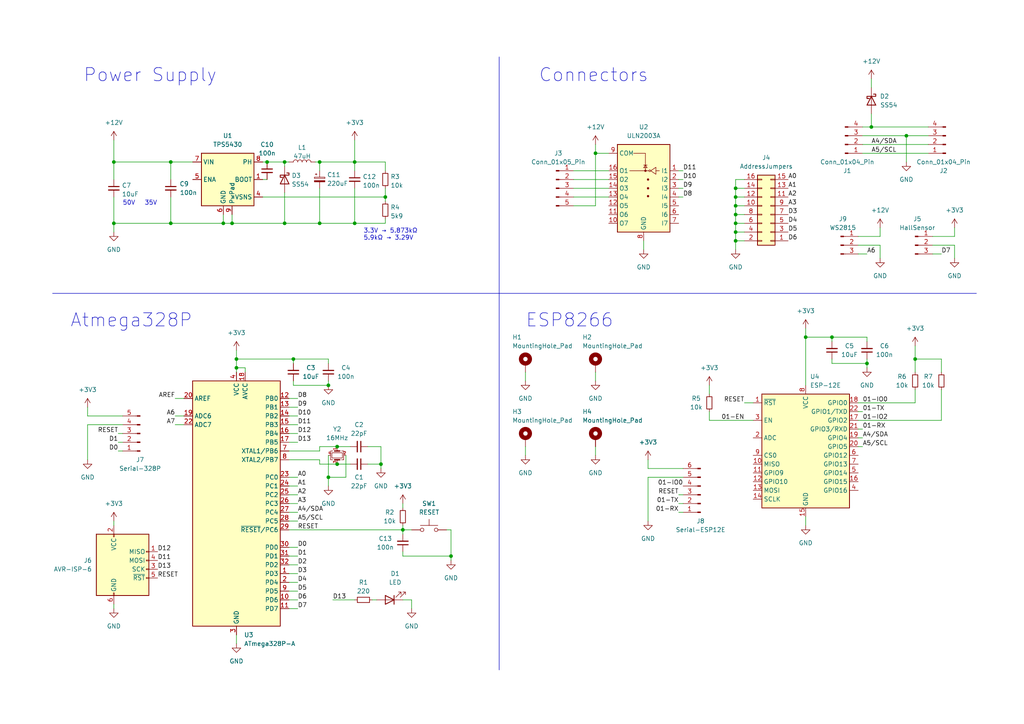
<source format=kicad_sch>
(kicad_sch (version 20230121) (generator eeschema)
  (paper "A4")
  (lib_symbols
    (symbol "Connector:AVR-ISP-6" (pin_names (offset 1.016))
      (property "Reference" "J" (at -6.35 11.43 0))
      (property "Value" "AVR-ISP-6" (at 0 11.43 0))
      (symbol "AVR-ISP-6_1_1"
        (pin passive line (at 10.16 5.08 180) (length 2.54) (name "MISO") (number "1"))
        (pin passive line (at -2.54 12.7 270) (length 2.54) (name "VCC") (number "2"))
        (pin passive line (at 10.16 0 180) (length 2.54) (name "SCK") (number "3"))
        (pin passive line (at 10.16 2.54 180) (length 2.54) (name "MOSI") (number "4"))
        (pin passive line (at 10.16 -2.54 180) (length 2.54) (name "~{RST}") (number "5"))
        (pin passive line (at -2.54 -10.16 90) (length 2.54) (name "GND") (number "6"))
      )
    )
    (symbol "Connector:Conn_01x03_Pin" (pin_names (offset 1.016) hide)
      (property "Reference" "J" (at 0 5.08 0))
      (property "Value" "Conn_01x03_Pin" (at 0 -5.08 0))
      (symbol "Conn_01x03_Pin_1_1"
        (pin passive line (at 5.08 2.54 180) (length 3.81) (name "Pin_1") (number "1"))
        (pin passive line (at 5.08 0 180) (length 3.81) (name "Pin_2") (number "2"))
        (pin passive line (at 5.08 -2.54 180) (length 3.81) (name "Pin_3") (number "3"))
      )
    )
    (symbol "Connector:Conn_01x04_Pin" (pin_names (offset 1.016) hide)
      (property "Reference" "J" (at 0 5.08 0))
      (property "Value" "Conn_01x04_Pin" (at 0 -7.62 0))
      (symbol "Conn_01x04_Pin_1_1"
        (pin passive line (at 5.08 2.54 180) (length 3.81) (name "Pin_1") (number "1"))
        (pin passive line (at 5.08 0 180) (length 3.81) (name "Pin_2") (number "2"))
        (pin passive line (at 5.08 -2.54 180) (length 3.81) (name "Pin_3") (number "3"))
        (pin passive line (at 5.08 -5.08 180) (length 3.81) (name "Pin_4") (number "4"))
      )
    )
    (symbol "Connector:Conn_01x05_Pin" (pin_names (offset 1.016) hide)
      (property "Reference" "J" (at 0 7.62 0))
      (property "Value" "Conn_01x05_Pin" (at 0 -7.62 0))
      (symbol "Conn_01x05_Pin_1_1"
        (pin passive line (at 5.08 5.08 180) (length 3.81) (name "Pin_1") (number "1"))
        (pin passive line (at 5.08 2.54 180) (length 3.81) (name "Pin_2") (number "2"))
        (pin passive line (at 5.08 0 180) (length 3.81) (name "Pin_3") (number "3"))
        (pin passive line (at 5.08 -2.54 180) (length 3.81) (name "Pin_4") (number "4"))
        (pin passive line (at 5.08 -5.08 180) (length 3.81) (name "Pin_5") (number "5"))
      )
    )
    (symbol "Connector:Conn_01x06_Pin" (pin_names (offset 1.016) hide)
      (property "Reference" "J" (at 0 7.62 0))
      (property "Value" "Conn_01x06_Pin" (at 0 -10.16 0))
      (symbol "Conn_01x06_Pin_1_1"
        (pin passive line (at 5.08 5.08 180) (length 3.81) (name "Pin_1") (number "1"))
        (pin passive line (at 5.08 2.54 180) (length 3.81) (name "Pin_2") (number "2"))
        (pin passive line (at 5.08 0 180) (length 3.81) (name "Pin_3") (number "3"))
        (pin passive line (at 5.08 -2.54 180) (length 3.81) (name "Pin_4") (number "4"))
        (pin passive line (at 5.08 -5.08 180) (length 3.81) (name "Pin_5") (number "5"))
        (pin passive line (at 5.08 -7.62 180) (length 3.81) (name "Pin_6") (number "6"))
      )
    )
    (symbol "Connector_Generic:Conn_02x08_Odd_Even" (pin_names (offset 1.016) hide)
      (property "Reference" "J" (at 1.27 10.16 0))
      (property "Value" "Conn_02x08_Odd_Even" (at 1.27 -12.7 0))
      (symbol "Conn_02x08_Odd_Even_1_1"
        (pin passive line (at -5.08 7.62 0) (length 3.81) (name "Pin_1") (number "1"))
        (pin passive line (at 7.62 -2.54 180) (length 3.81) (name "Pin_10") (number "10"))
        (pin passive line (at -5.08 -5.08 0) (length 3.81) (name "Pin_11") (number "11"))
        (pin passive line (at 7.62 -5.08 180) (length 3.81) (name "Pin_12") (number "12"))
        (pin passive line (at -5.08 -7.62 0) (length 3.81) (name "Pin_13") (number "13"))
        (pin passive line (at 7.62 -7.62 180) (length 3.81) (name "Pin_14") (number "14"))
        (pin passive line (at -5.08 -10.16 0) (length 3.81) (name "Pin_15") (number "15"))
        (pin passive line (at 7.62 -10.16 180) (length 3.81) (name "Pin_16") (number "16"))
        (pin passive line (at 7.62 7.62 180) (length 3.81) (name "Pin_2") (number "2"))
        (pin passive line (at -5.08 5.08 0) (length 3.81) (name "Pin_3") (number "3"))
        (pin passive line (at 7.62 5.08 180) (length 3.81) (name "Pin_4") (number "4"))
        (pin passive line (at -5.08 2.54 0) (length 3.81) (name "Pin_5") (number "5"))
        (pin passive line (at 7.62 2.54 180) (length 3.81) (name "Pin_6") (number "6"))
        (pin passive line (at -5.08 0 0) (length 3.81) (name "Pin_7") (number "7"))
        (pin passive line (at 7.62 0 180) (length 3.81) (name "Pin_8") (number "8"))
        (pin passive line (at -5.08 -2.54 0) (length 3.81) (name "Pin_9") (number "9"))
      )
    )
    (symbol "Device:C_Polarized_Small" (pin_numbers hide) (pin_names (offset 0.254) hide)
      (property "Reference" "C" (at 0.254 1.778 0))
      (property "Value" "C_Polarized_Small" (at 0.254 -2.032 0))
      (symbol "C_Polarized_Small_1_1"
        (pin passive line (at 0 2.54 270) (length 1.8542) (name "~") (number "1"))
        (pin passive line (at 0 -2.54 90) (length 1.8542) (name "~") (number "2"))
      )
    )
    (symbol "Device:C_Small" (pin_numbers hide) (pin_names (offset 0.254) hide)
      (property "Reference" "C" (at 0.254 1.778 0))
      (property "Value" "C_Small" (at 0.254 -2.032 0))
      (symbol "C_Small_1_1"
        (pin passive line (at 0 2.54 270) (length 2.032) (name "~") (number "1"))
        (pin passive line (at 0 -2.54 90) (length 2.032) (name "~") (number "2"))
      )
    )
    (symbol "Device:Crystal_GND24_Small" (pin_names (offset 1.016) hide)
      (property "Reference" "Y" (at 1.27 4.445 0))
      (property "Value" "Crystal_GND24_Small" (at 1.27 2.54 0))
      (symbol "Crystal_GND24_Small_1_1"
        (pin passive line (at -2.54 0 0) (length 1.27) (name "1") (number "1"))
        (pin passive line (at 0 -2.54 90) (length 0.635) (name "2") (number "2"))
        (pin passive line (at 2.54 0 180) (length 1.27) (name "3") (number "3"))
        (pin passive line (at 0 2.54 270) (length 0.635) (name "4") (number "4"))
      )
    )
    (symbol "Device:D_Schottky" (pin_numbers hide) (pin_names (offset 1.016) hide)
      (property "Reference" "D" (at 0 2.54 0))
      (property "Value" "D_Schottky" (at 0 -2.54 0))
      (symbol "D_Schottky_1_1"
        (pin passive line (at -3.81 0 0) (length 2.54) (name "K") (number "1"))
        (pin passive line (at 3.81 0 180) (length 2.54) (name "A") (number "2"))
      )
    )
    (symbol "Device:L" (pin_numbers hide) (pin_names (offset 1.016) hide)
      (property "Reference" "L" (at -1.27 0 90))
      (property "Value" "L" (at 1.905 0 90))
      (symbol "L_1_1"
        (pin passive line (at 0 3.81 270) (length 1.27) (name "1") (number "1"))
        (pin passive line (at 0 -3.81 90) (length 1.27) (name "2") (number "2"))
      )
    )
    (symbol "Device:LED" (pin_numbers hide) (pin_names (offset 1.016) hide)
      (property "Reference" "D" (at 0 2.54 0))
      (property "Value" "LED" (at 0 -2.54 0))
      (symbol "LED_1_1"
        (pin passive line (at -3.81 0 0) (length 2.54) (name "K") (number "1"))
        (pin passive line (at 3.81 0 180) (length 2.54) (name "A") (number "2"))
      )
    )
    (symbol "Device:R_Small" (pin_numbers hide) (pin_names (offset 0.254) hide)
      (property "Reference" "R" (at 0.762 0.508 0))
      (property "Value" "R_Small" (at 0.762 -1.016 0))
      (symbol "R_Small_1_1"
        (pin passive line (at 0 2.54 270) (length 0.762) (name "~") (number "1"))
        (pin passive line (at 0 -2.54 90) (length 0.762) (name "~") (number "2"))
      )
    )
    (symbol "MCU_Microchip_ATmega:ATmega328P-A"
      (property "Reference" "U" (at -12.7 36.83 0))
      (property "Value" "ATmega328P-A" (at 2.54 -36.83 0))
      (symbol "ATmega328P-A_1_1"
        (pin bidirectional line (at 15.24 -20.32 180) (length 2.54) (name "PD3") (number "1"))
        (pin bidirectional line (at 15.24 -27.94 180) (length 2.54) (name "PD6") (number "10"))
        (pin bidirectional line (at 15.24 -30.48 180) (length 2.54) (name "PD7") (number "11"))
        (pin bidirectional line (at 15.24 30.48 180) (length 2.54) (name "PB0") (number "12"))
        (pin bidirectional line (at 15.24 27.94 180) (length 2.54) (name "PB1") (number "13"))
        (pin bidirectional line (at 15.24 25.4 180) (length 2.54) (name "PB2") (number "14"))
        (pin bidirectional line (at 15.24 22.86 180) (length 2.54) (name "PB3") (number "15"))
        (pin bidirectional line (at 15.24 20.32 180) (length 2.54) (name "PB4") (number "16"))
        (pin bidirectional line (at 15.24 17.78 180) (length 2.54) (name "PB5") (number "17"))
        (pin power_in line (at 2.54 38.1 270) (length 2.54) (name "AVCC") (number "18"))
        (pin input line (at -15.24 25.4 0) (length 2.54) (name "ADC6") (number "19"))
        (pin bidirectional line (at 15.24 -22.86 180) (length 2.54) (name "PD4") (number "2"))
        (pin passive line (at -15.24 30.48 0) (length 2.54) (name "AREF") (number "20"))
        (pin passive line (at 0 -38.1 90) (length 2.54) hide (name "GND") (number "21"))
        (pin input line (at -15.24 22.86 0) (length 2.54) (name "ADC7") (number "22"))
        (pin bidirectional line (at 15.24 7.62 180) (length 2.54) (name "PC0") (number "23"))
        (pin bidirectional line (at 15.24 5.08 180) (length 2.54) (name "PC1") (number "24"))
        (pin bidirectional line (at 15.24 2.54 180) (length 2.54) (name "PC2") (number "25"))
        (pin bidirectional line (at 15.24 0 180) (length 2.54) (name "PC3") (number "26"))
        (pin bidirectional line (at 15.24 -2.54 180) (length 2.54) (name "PC4") (number "27"))
        (pin bidirectional line (at 15.24 -5.08 180) (length 2.54) (name "PC5") (number "28"))
        (pin bidirectional line (at 15.24 -7.62 180) (length 2.54) (name "~{RESET}/PC6") (number "29"))
        (pin power_in line (at 0 -38.1 90) (length 2.54) (name "GND") (number "3"))
        (pin bidirectional line (at 15.24 -12.7 180) (length 2.54) (name "PD0") (number "30"))
        (pin bidirectional line (at 15.24 -15.24 180) (length 2.54) (name "PD1") (number "31"))
        (pin bidirectional line (at 15.24 -17.78 180) (length 2.54) (name "PD2") (number "32"))
        (pin power_in line (at 0 38.1 270) (length 2.54) (name "VCC") (number "4"))
        (pin passive line (at 0 -38.1 90) (length 2.54) hide (name "GND") (number "5"))
        (pin passive line (at 0 38.1 270) (length 2.54) hide (name "VCC") (number "6"))
        (pin bidirectional line (at 15.24 15.24 180) (length 2.54) (name "XTAL1/PB6") (number "7"))
        (pin bidirectional line (at 15.24 12.7 180) (length 2.54) (name "XTAL2/PB7") (number "8"))
        (pin bidirectional line (at 15.24 -25.4 180) (length 2.54) (name "PD5") (number "9"))
      )
    )
    (symbol "Mechanical:MountingHole_Pad" (pin_numbers hide) (pin_names (offset 1.016) hide)
      (property "Reference" "H" (at 0 6.35 0))
      (property "Value" "MountingHole_Pad" (at 0 4.445 0))
      (symbol "MountingHole_Pad_1_1"
        (pin input line (at 0 -2.54 90) (length 2.54) (name "1") (number "1"))
      )
    )
    (symbol "RF_Module:ESP-12E"
      (property "Reference" "U" (at -12.7 19.05 0))
      (property "Value" "ESP-12E" (at 12.7 19.05 0))
      (symbol "ESP-12E_1_1"
        (pin input line (at -15.24 15.24 0) (length 2.54) (name "~{RST}") (number "1"))
        (pin bidirectional line (at -15.24 -2.54 0) (length 2.54) (name "MISO") (number "10"))
        (pin bidirectional line (at -15.24 -5.08 0) (length 2.54) (name "GPIO9") (number "11"))
        (pin bidirectional line (at -15.24 -7.62 0) (length 2.54) (name "GPIO10") (number "12"))
        (pin bidirectional line (at -15.24 -10.16 0) (length 2.54) (name "MOSI") (number "13"))
        (pin bidirectional line (at -15.24 -12.7 0) (length 2.54) (name "SCLK") (number "14"))
        (pin power_in line (at 0 -17.78 90) (length 2.54) (name "GND") (number "15"))
        (pin bidirectional line (at 15.24 -7.62 180) (length 2.54) (name "GPIO15") (number "16"))
        (pin bidirectional line (at 15.24 10.16 180) (length 2.54) (name "GPIO2") (number "17"))
        (pin bidirectional line (at 15.24 15.24 180) (length 2.54) (name "GPIO0") (number "18"))
        (pin bidirectional line (at 15.24 5.08 180) (length 2.54) (name "GPIO4") (number "19"))
        (pin input line (at -15.24 5.08 0) (length 2.54) (name "ADC") (number "2"))
        (pin bidirectional line (at 15.24 2.54 180) (length 2.54) (name "GPIO5") (number "20"))
        (pin bidirectional line (at 15.24 7.62 180) (length 2.54) (name "GPIO3/RXD") (number "21"))
        (pin bidirectional line (at 15.24 12.7 180) (length 2.54) (name "GPIO1/TXD") (number "22"))
        (pin input line (at -15.24 10.16 0) (length 2.54) (name "EN") (number "3"))
        (pin bidirectional line (at 15.24 -10.16 180) (length 2.54) (name "GPIO16") (number "4"))
        (pin bidirectional line (at 15.24 -5.08 180) (length 2.54) (name "GPIO14") (number "5"))
        (pin bidirectional line (at 15.24 0 180) (length 2.54) (name "GPIO12") (number "6"))
        (pin bidirectional line (at 15.24 -2.54 180) (length 2.54) (name "GPIO13") (number "7"))
        (pin power_in line (at 0 20.32 270) (length 2.54) (name "VCC") (number "8"))
        (pin input line (at -15.24 0 0) (length 2.54) (name "CS0") (number "9"))
      )
    )
    (symbol "Switch:SW_Push" (pin_numbers hide) (pin_names (offset 1.016) hide)
      (property "Reference" "SW" (at 1.27 2.54 0))
      (property "Value" "SW_Push" (at 0 -1.524 0))
      (symbol "SW_Push_0_1"
        (pin passive line (at -5.08 0 0) (length 2.54) (name "1") (number "1"))
        (pin passive line (at 5.08 0 180) (length 2.54) (name "2") (number "2"))
      )
    )
    (symbol "Transistor_Array:ULN2003A"
      (property "Reference" "U" (at 0 15.875 0))
      (property "Value" "ULN2003A" (at 0 13.97 0))
      (symbol "ULN2003A_1_1"
        (pin input line (at -10.16 5.08 0) (length 2.54) (name "I1") (number "1"))
        (pin open_collector line (at 10.16 -10.16 180) (length 2.54) (name "O7") (number "10"))
        (pin open_collector line (at 10.16 -7.62 180) (length 2.54) (name "O6") (number "11"))
        (pin open_collector line (at 10.16 -5.08 180) (length 2.54) (name "O5") (number "12"))
        (pin open_collector line (at 10.16 -2.54 180) (length 2.54) (name "O4") (number "13"))
        (pin open_collector line (at 10.16 0 180) (length 2.54) (name "O3") (number "14"))
        (pin open_collector line (at 10.16 2.54 180) (length 2.54) (name "O2") (number "15"))
        (pin open_collector line (at 10.16 5.08 180) (length 2.54) (name "O1") (number "16"))
        (pin input line (at -10.16 2.54 0) (length 2.54) (name "I2") (number "2"))
        (pin input line (at -10.16 0 0) (length 2.54) (name "I3") (number "3"))
        (pin input line (at -10.16 -2.54 0) (length 2.54) (name "I4") (number "4"))
        (pin input line (at -10.16 -5.08 0) (length 2.54) (name "I5") (number "5"))
        (pin input line (at -10.16 -7.62 0) (length 2.54) (name "I6") (number "6"))
        (pin input line (at -10.16 -10.16 0) (length 2.54) (name "I7") (number "7"))
        (pin power_in line (at 0 -15.24 90) (length 2.54) (name "GND") (number "8"))
        (pin passive line (at 10.16 10.16 180) (length 2.54) (name "COM") (number "9"))
      )
    )
    (symbol "opendcc:TPS5450"
      (property "Reference" "U?" (at 0 11.3198 0))
      (property "Value" "TPS5450" (at 0 8.7829 0))
      (symbol "TPS5450_1_1"
        (pin input line (at 10.16 0 180) (length 2.54) (name "BOOT") (number "1"))
        (pin no_connect line (at -7.62 -2.54 0) (length 2.54) hide (name "NC") (number "2"))
        (pin no_connect line (at -7.62 -5.08 0) (length 2.54) hide (name "NC") (number "3"))
        (pin input line (at 10.16 -5.08 180) (length 2.54) (name "VSNS") (number "4"))
        (pin input line (at -10.16 0 0) (length 2.54) (name "ENA") (number "5"))
        (pin power_in line (at -1.27 -10.16 90) (length 2.54) (name "GND") (number "6"))
        (pin power_in line (at -10.16 5.08 0) (length 2.54) (name "VIN") (number "7"))
        (pin power_out line (at 10.16 5.08 180) (length 2.54) (name "PH") (number "8"))
        (pin power_in line (at 1.27 -10.16 90) (length 2.54) (name "PwPad") (number "9"))
      )
    )
    (symbol "power:+12V" (power) (pin_names (offset 0))
      (property "Value" "+12V" (at 0 3.556 0))
      (symbol "+12V_1_1"
        (pin power_in line (at 0 0 90) (length 0) hide (name "+12V") (number "1"))
      )
    )
    (symbol "power:+3V3" (power) (pin_names (offset 0))
      (property "Value" "+3V3" (at 0 3.556 0))
      (symbol "+3V3_1_1"
        (pin power_in line (at 0 0 90) (length 0) hide (name "+3V3") (number "1"))
      )
    )
    (symbol "power:GND" (power) (pin_names (offset 0))
      (property "Value" "GND" (at 0 -3.81 0))
      (symbol "GND_1_1"
        (pin power_in line (at 0 0 270) (length 0) hide (name "GND") (number "1"))
      )
    )
  )
  (junction (at 241.3 97.79))
  (junction (at 68.58 104.14))
  (junction (at 82.55 46.99))
  (junction (at 33.02 46.99))
  (junction (at 102.87 64.77))
  (junction (at 213.36 62.23))
  (junction (at 49.53 64.77))
  (junction (at 213.36 57.15))
  (junction (at 97.79 129.54))
  (junction (at 213.36 67.31))
  (junction (at 49.53 46.99))
  (junction (at 82.55 64.77))
  (junction (at 33.02 64.77))
  (junction (at 77.47 46.99))
  (junction (at 213.36 59.69))
  (junction (at 68.58 106.68))
  (junction (at 213.36 64.77))
  (junction (at 102.87 46.99))
  (junction (at 92.71 46.99))
  (junction (at 110.49 134.62))
  (junction (at 95.25 138.43))
  (junction (at 262.89 39.37))
  (junction (at 67.31 64.77))
  (junction (at 265.43 104.14))
  (junction (at 64.77 64.77))
  (junction (at 251.46 105.41))
  (junction (at 252.73 36.83))
  (junction (at 130.81 161.29))
  (junction (at 172.72 44.45))
  (junction (at 111.76 57.15))
  (junction (at 116.84 153.67))
  (junction (at 97.79 134.62))
  (junction (at 92.71 64.77))
  (junction (at 213.36 54.61))
  (junction (at 85.09 104.14))
  (junction (at 233.68 97.79))
  (junction (at 95.25 111.76))
  (junction (at 213.36 69.85))
  (wire (pts (xy 86.36 115.57) (xy 83.82 115.57)))
  (wire (pts (xy 67.31 64.77) (xy 82.55 64.77)))
  (wire (pts (xy 71.12 107.95) (xy 71.12 106.68)))
  (wire (pts (xy 86.36 171.45) (xy 83.82 171.45)))
  (wire (pts (xy 92.71 129.54) (xy 97.79 129.54)))
  (wire (pts (xy 86.36 158.75) (xy 83.82 158.75)))
  (wire (pts (xy 250.19 36.83) (xy 252.73 36.83)))
  (wire (pts (xy 67.31 62.23) (xy 67.31 64.77)))
  (wire (pts (xy 215.9 64.77) (xy 213.36 64.77)))
  (wire (pts (xy 49.53 64.77) (xy 64.77 64.77)))
  (wire (pts (xy 83.82 133.35) (xy 92.71 133.35)))
  (wire (pts (xy 198.12 54.61) (xy 196.85 54.61)))
  (wire (pts (xy 262.89 46.99) (xy 262.89 39.37)))
  (wire (pts (xy 196.85 146.05) (xy 198.12 146.05)))
  (wire (pts (xy 86.36 123.19) (xy 83.82 123.19)))
  (wire (pts (xy 116.84 146.05) (xy 116.84 147.32)))
  (wire (pts (xy 106.68 129.54) (xy 110.49 129.54)))
  (wire (pts (xy 92.71 46.99) (xy 92.71 49.53)))
  (wire (pts (xy 187.96 135.89) (xy 187.96 133.35)))
  (wire (pts (xy 33.02 46.99) (xy 49.53 46.99)))
  (wire (pts (xy 71.12 106.68) (xy 68.58 106.68)))
  (wire (pts (xy 198.12 49.53) (xy 196.85 49.53)))
  (wire (pts (xy 76.2 57.15) (xy 111.76 57.15)))
  (wire (pts (xy 68.58 104.14) (xy 85.09 104.14)))
  (wire (pts (xy 251.46 105.41) (xy 251.46 104.14)))
  (wire (pts (xy 95.25 132.08) (xy 95.25 138.43)))
  (wire (pts (xy 198.12 138.43) (xy 187.96 138.43)))
  (wire (pts (xy 213.36 67.31) (xy 213.36 69.85)))
  (wire (pts (xy 85.09 105.41) (xy 85.09 104.14)))
  (wire (pts (xy 102.87 54.61) (xy 102.87 64.77)))
  (wire (pts (xy 273.05 107.95) (xy 273.05 104.14)))
  (wire (pts (xy 76.2 52.07) (xy 77.47 52.07)))
  (wire (pts (xy 198.12 52.07) (xy 196.85 52.07)))
  (wire (pts (xy 250.19 39.37) (xy 262.89 39.37)))
  (wire (pts (xy 250.19 127) (xy 248.92 127)))
  (wire (pts (xy 102.87 49.53) (xy 102.87 46.99)))
  (wire (pts (xy 166.37 59.69) (xy 172.72 59.69)))
  (wire (pts (xy 97.79 134.62) (xy 101.6 134.62)))
  (wire (pts (xy 86.36 125.73) (xy 83.82 125.73)))
  (wire (pts (xy 83.82 130.81) (xy 92.71 130.81)))
  (wire (pts (xy 92.71 130.81) (xy 92.71 129.54)))
  (wire (pts (xy 215.9 67.31) (xy 213.36 67.31)))
  (wire (pts (xy 215.9 59.69) (xy 213.36 59.69)))
  (wire (pts (xy 111.76 54.61) (xy 111.76 57.15)))
  (wire (pts (xy 241.3 104.14) (xy 241.3 105.41)))
  (wire (pts (xy 196.85 148.59) (xy 198.12 148.59)))
  (wire (pts (xy 68.58 104.14) (xy 68.58 106.68)))
  (wire (pts (xy 68.58 106.68) (xy 68.58 107.95)))
  (wire (pts (xy 215.9 62.23) (xy 213.36 62.23)))
  (wire (pts (xy 270.51 71.12) (xy 276.86 71.12)))
  (wire (pts (xy 130.81 153.67) (xy 130.81 161.29)))
  (wire (pts (xy 49.53 57.15) (xy 49.53 64.77)))
  (wire (pts (xy 111.76 57.15) (xy 111.76 58.42)))
  (wire (pts (xy 196.85 143.51) (xy 198.12 143.51)))
  (wire (pts (xy 248.92 124.46) (xy 250.19 124.46)))
  (wire (pts (xy 86.36 140.97) (xy 83.82 140.97)))
  (wire (pts (xy 255.27 68.58) (xy 255.27 66.04)))
  (wire (pts (xy 250.19 44.45) (xy 269.24 44.45)))
  (wire (pts (xy 172.72 129.54) (xy 172.72 132.08)))
  (polyline (pts (xy 144.78 85.09) (xy 144.78 194.31)))
  (wire (pts (xy 241.3 99.06) (xy 241.3 97.79)))
  (wire (pts (xy 86.36 146.05) (xy 83.82 146.05)))
  (wire (pts (xy 255.27 71.12) (xy 255.27 74.93)))
  (wire (pts (xy 86.36 168.91) (xy 83.82 168.91)))
  (wire (pts (xy 64.77 62.23) (xy 64.77 64.77)))
  (wire (pts (xy 270.51 68.58) (xy 276.86 68.58)))
  (wire (pts (xy 215.9 57.15) (xy 213.36 57.15)))
  (wire (pts (xy 102.87 46.99) (xy 111.76 46.99)))
  (polyline (pts (xy 144.78 16.51) (xy 144.78 85.09)))
  (wire (pts (xy 86.36 118.11) (xy 83.82 118.11)))
  (wire (pts (xy 50.8 120.65) (xy 53.34 120.65)))
  (wire (pts (xy 248.92 116.84) (xy 265.43 116.84)))
  (wire (pts (xy 241.3 105.41) (xy 251.46 105.41)))
  (wire (pts (xy 77.47 46.99) (xy 82.55 46.99)))
  (wire (pts (xy 102.87 40.64) (xy 102.87 46.99)))
  (wire (pts (xy 248.92 119.38) (xy 250.19 119.38)))
  (wire (pts (xy 205.74 111.76) (xy 205.74 114.3)))
  (wire (pts (xy 248.92 68.58) (xy 255.27 68.58)))
  (wire (pts (xy 33.02 64.77) (xy 49.53 64.77)))
  (polyline (pts (xy 144.78 85.09) (xy 283.21 85.09)))
  (wire (pts (xy 130.81 162.56) (xy 130.81 161.29)))
  (wire (pts (xy 102.87 64.77) (xy 111.76 64.77)))
  (wire (pts (xy 248.92 129.54) (xy 250.19 129.54)))
  (wire (pts (xy 34.29 128.27) (xy 35.56 128.27)))
  (wire (pts (xy 116.84 152.4) (xy 116.84 153.67)))
  (wire (pts (xy 86.36 173.99) (xy 83.82 173.99)))
  (wire (pts (xy 186.69 69.85) (xy 186.69 72.39)))
  (wire (pts (xy 85.09 104.14) (xy 95.25 104.14)))
  (wire (pts (xy 95.25 138.43) (xy 95.25 140.97)))
  (wire (pts (xy 33.02 151.13) (xy 33.02 152.4)))
  (wire (pts (xy 213.36 59.69) (xy 213.36 62.23)))
  (wire (pts (xy 102.87 173.99) (xy 96.52 173.99)))
  (wire (pts (xy 25.4 120.65) (xy 35.56 120.65)))
  (wire (pts (xy 251.46 105.41) (xy 251.46 106.68)))
  (wire (pts (xy 92.71 46.99) (xy 102.87 46.99)))
  (wire (pts (xy 33.02 52.07) (xy 33.02 46.99)))
  (wire (pts (xy 198.12 57.15) (xy 196.85 57.15)))
  (wire (pts (xy 68.58 186.69) (xy 68.58 184.15)))
  (wire (pts (xy 276.86 71.12) (xy 276.86 74.93)))
  (wire (pts (xy 34.29 130.81) (xy 35.56 130.81)))
  (wire (pts (xy 116.84 153.67) (xy 119.38 153.67)))
  (wire (pts (xy 95.25 111.76) (xy 95.25 110.49)))
  (wire (pts (xy 252.73 22.86) (xy 252.73 25.4)))
  (wire (pts (xy 130.81 153.67) (xy 129.54 153.67)))
  (wire (pts (xy 265.43 113.03) (xy 265.43 116.84)))
  (wire (pts (xy 166.37 57.15) (xy 176.53 57.15)))
  (wire (pts (xy 82.55 46.99) (xy 83.82 46.99)))
  (wire (pts (xy 34.29 125.73) (xy 35.56 125.73)))
  (wire (pts (xy 252.73 36.83) (xy 269.24 36.83)))
  (wire (pts (xy 95.25 104.14) (xy 95.25 105.41)))
  (wire (pts (xy 85.09 110.49) (xy 85.09 111.76)))
  (wire (pts (xy 251.46 73.66) (xy 248.92 73.66)))
  (wire (pts (xy 251.46 97.79) (xy 241.3 97.79)))
  (wire (pts (xy 262.89 39.37) (xy 269.24 39.37)))
  (wire (pts (xy 86.36 138.43) (xy 83.82 138.43)))
  (wire (pts (xy 172.72 59.69) (xy 172.72 44.45)))
  (wire (pts (xy 273.05 73.66) (xy 270.51 73.66)))
  (wire (pts (xy 116.84 154.94) (xy 116.84 153.67)))
  (wire (pts (xy 82.55 64.77) (xy 92.71 64.77)))
  (wire (pts (xy 110.49 134.62) (xy 110.49 135.89)))
  (wire (pts (xy 172.72 107.95) (xy 172.72 110.49)))
  (wire (pts (xy 265.43 104.14) (xy 265.43 107.95)))
  (wire (pts (xy 265.43 100.33) (xy 265.43 104.14)))
  (wire (pts (xy 198.12 135.89) (xy 187.96 135.89)))
  (wire (pts (xy 68.58 101.6) (xy 68.58 104.14)))
  (wire (pts (xy 33.02 57.15) (xy 33.02 64.77)))
  (wire (pts (xy 111.76 63.5) (xy 111.76 64.77)))
  (wire (pts (xy 86.36 163.83) (xy 83.82 163.83)))
  (wire (pts (xy 172.72 44.45) (xy 176.53 44.45)))
  (wire (pts (xy 83.82 153.67) (xy 116.84 153.67)))
  (wire (pts (xy 215.9 69.85) (xy 213.36 69.85)))
  (wire (pts (xy 152.4 107.95) (xy 152.4 110.49)))
  (wire (pts (xy 25.4 133.35) (xy 25.4 123.19)))
  (wire (pts (xy 213.36 57.15) (xy 213.36 59.69)))
  (wire (pts (xy 205.74 121.92) (xy 218.44 121.92)))
  (wire (pts (xy 213.36 54.61) (xy 213.36 57.15)))
  (wire (pts (xy 25.4 118.11) (xy 25.4 120.65)))
  (wire (pts (xy 106.68 134.62) (xy 110.49 134.62)))
  (wire (pts (xy 97.79 129.54) (xy 101.6 129.54)))
  (wire (pts (xy 86.36 128.27) (xy 83.82 128.27)))
  (wire (pts (xy 215.9 52.07) (xy 213.36 52.07)))
  (wire (pts (xy 273.05 113.03) (xy 273.05 121.92)))
  (wire (pts (xy 82.55 55.88) (xy 82.55 64.77)))
  (wire (pts (xy 107.95 173.99) (xy 109.22 173.99)))
  (wire (pts (xy 50.8 115.57) (xy 53.34 115.57)))
  (wire (pts (xy 152.4 129.54) (xy 152.4 132.08)))
  (wire (pts (xy 166.37 49.53) (xy 176.53 49.53)))
  (wire (pts (xy 233.68 95.25) (xy 233.68 97.79)))
  (wire (pts (xy 213.36 64.77) (xy 213.36 67.31)))
  (wire (pts (xy 213.36 52.07) (xy 213.36 54.61)))
  (wire (pts (xy 250.19 41.91) (xy 269.24 41.91)))
  (wire (pts (xy 86.36 120.65) (xy 83.82 120.65)))
  (wire (pts (xy 215.9 54.61) (xy 213.36 54.61)))
  (wire (pts (xy 50.8 123.19) (xy 53.34 123.19)))
  (wire (pts (xy 119.38 173.99) (xy 119.38 176.53)))
  (wire (pts (xy 49.53 46.99) (xy 55.88 46.99)))
  (wire (pts (xy 33.02 40.64) (xy 33.02 46.99)))
  (wire (pts (xy 276.86 68.58) (xy 276.86 66.04)))
  (wire (pts (xy 248.92 71.12) (xy 255.27 71.12)))
  (wire (pts (xy 166.37 54.61) (xy 176.53 54.61)))
  (wire (pts (xy 76.2 46.99) (xy 77.47 46.99)))
  (wire (pts (xy 64.77 64.77) (xy 67.31 64.77)))
  (wire (pts (xy 100.33 138.43) (xy 95.25 138.43)))
  (wire (pts (xy 111.76 46.99) (xy 111.76 49.53)))
  (wire (pts (xy 92.71 133.35) (xy 92.71 134.62)))
  (wire (pts (xy 172.72 41.91) (xy 172.72 44.45)))
  (wire (pts (xy 205.74 119.38) (xy 205.74 121.92)))
  (wire (pts (xy 33.02 176.53) (xy 33.02 175.26)))
  (polyline (pts (xy 15.24 85.09) (xy 144.78 85.09)))
  (wire (pts (xy 241.3 97.79) (xy 233.68 97.79)))
  (wire (pts (xy 251.46 99.06) (xy 251.46 97.79)))
  (wire (pts (xy 91.44 46.99) (xy 92.71 46.99)))
  (wire (pts (xy 233.68 149.86) (xy 233.68 152.4)))
  (wire (pts (xy 86.36 166.37) (xy 83.82 166.37)))
  (wire (pts (xy 116.84 161.29) (xy 116.84 160.02)))
  (wire (pts (xy 92.71 134.62) (xy 97.79 134.62)))
  (wire (pts (xy 273.05 104.14) (xy 265.43 104.14)))
  (wire (pts (xy 33.02 64.77) (xy 33.02 67.31)))
  (wire (pts (xy 49.53 46.99) (xy 49.53 52.07)))
  (wire (pts (xy 110.49 129.54) (xy 110.49 134.62)))
  (wire (pts (xy 86.36 143.51) (xy 83.82 143.51)))
  (wire (pts (xy 86.36 161.29) (xy 83.82 161.29)))
  (wire (pts (xy 116.84 173.99) (xy 119.38 173.99)))
  (wire (pts (xy 86.36 148.59) (xy 83.82 148.59)))
  (wire (pts (xy 85.09 111.76) (xy 95.25 111.76)))
  (wire (pts (xy 92.71 64.77) (xy 102.87 64.77)))
  (wire (pts (xy 25.4 123.19) (xy 35.56 123.19)))
  (wire (pts (xy 213.36 62.23) (xy 213.36 64.77)))
  (wire (pts (xy 116.84 161.29) (xy 130.81 161.29)))
  (wire (pts (xy 86.36 151.13) (xy 83.82 151.13)))
  (wire (pts (xy 213.36 69.85) (xy 213.36 72.39)))
  (wire (pts (xy 233.68 97.79) (xy 233.68 111.76)))
  (wire (pts (xy 248.92 121.92) (xy 273.05 121.92)))
  (wire (pts (xy 166.37 52.07) (xy 176.53 52.07)))
  (wire (pts (xy 92.71 54.61) (xy 92.71 64.77)))
  (wire (pts (xy 187.96 138.43) (xy 187.96 151.13)))
  (wire (pts (xy 86.36 176.53) (xy 83.82 176.53)))
  (wire (pts (xy 100.33 132.08) (xy 100.33 138.43)))
  (wire (pts (xy 82.55 46.99) (xy 82.55 48.26)))
  (wire (pts (xy 215.9 116.84) (xy 218.44 116.84)))
  (wire (pts (xy 252.73 33.02) (xy 252.73 36.83)))
  (text "35V" (at 41.91 59.69 0) (effects (font (size 1.27 1.27)) (justify left bottom)))
  (text "Connectors" (at 156.21 24.13 0) (effects (font (size 3.81 3.81)) (justify left bottom)))
  (text "Power Supply" (at 24.13 24.13 0) (effects (font (size 3.81 3.81)) (justify left bottom)))
  (text "3.3V → 5.873kΩ\n5.9kΩ → 3.29V" (at 105.41 69.85 0) (effects (font (size 1.27 1.27)) (justify left bottom)))
  (text "50V" (at 35.56 59.69 0) (effects (font (size 1.27 1.27)) (justify left bottom)))
  (text "ESP8266" (at 152.4 95.25 0) (effects (font (size 3.81 3.81)) (justify left bottom)))
  (text "Atmega328P" (at 20.32 95.25 0) (effects (font (size 3.81 3.81)) (justify left bottom)))
  (label "A0" (at 86.36 138.43 0))
  (label "D10" (at 86.36 120.65 0))
  (label "01-IO2" (at 250.19 121.92 0))
  (label "D12" (at 45.72 160.02 0))
  (label "AREF" (at 50.8 115.57 180))
  (label "D11" (at 198.12 49.53 0))
  (label "D1" (at 86.36 161.29 0))
  (label "01-EN" (at 215.9 121.92 180))
  (label "A2" (at 228.6 57.15 0))
  (label "D3" (at 228.6 62.23 0))
  (label "A4{slash}SDA" (at 86.36 148.59 0))
  (label "D7" (at 273.05 73.66 0))
  (label "D12" (at 86.36 125.73 0))
  (label "D1" (at 34.29 128.27 180))
  (label "A6" (at 50.8 120.65 180))
  (label "01-IO0" (at 250.19 116.84 0))
  (label "D7" (at 86.36 176.53 0))
  (label "D6" (at 228.6 69.85 0))
  (label "D10" (at 198.12 52.07 0))
  (label "D13" (at 96.52 173.99 0))
  (label "01-IO0" (at 198.12 140.97 180))
  (label "RESET" (at 45.72 167.64 0))
  (label "A5{slash}SCL" (at 250.19 129.54 0))
  (label "D4" (at 86.36 168.91 0))
  (label "01-RX" (at 196.85 148.59 180))
  (label "01-TX" (at 250.19 119.38 0))
  (label "A3" (at 228.6 59.69 0))
  (label "D4" (at 228.6 64.77 0))
  (label "A5{slash}SCL" (at 86.36 151.13 0))
  (label "A7" (at 50.8 123.19 180))
  (label "01-RX" (at 250.19 124.46 0))
  (label "D6" (at 86.36 173.99 0))
  (label "A3" (at 86.36 146.05 0))
  (label "D11" (at 45.72 162.56 0))
  (label "D8" (at 198.12 57.15 0))
  (label "A4{slash}SDA" (at 252.73 41.91 0))
  (label "D2" (at 86.36 163.83 0))
  (label "D3" (at 86.36 166.37 0))
  (label "D9" (at 86.36 118.11 0))
  (label "A1" (at 228.6 54.61 0))
  (label "A5{slash}SCL" (at 252.73 44.45 0))
  (label "RESET" (at 196.85 143.51 180))
  (label "D9" (at 198.12 54.61 0))
  (label "A0" (at 228.6 52.07 0))
  (label "D13" (at 86.36 128.27 0))
  (label "A2" (at 86.36 143.51 0))
  (label "D0" (at 86.36 158.75 0))
  (label "01-TX" (at 196.85 146.05 180))
  (label "D5" (at 86.36 171.45 0))
  (label "A1" (at 86.36 140.97 0))
  (label "RESET" (at 34.29 125.73 180))
  (label "RESET" (at 86.36 153.67 0))
  (label "D8" (at 86.36 115.57 0))
  (label "D13" (at 45.72 165.1 0))
  (label "A6" (at 251.46 73.66 0))
  (label "RESET" (at 215.9 116.84 180))
  (label "D11" (at 86.36 123.19 0))
  (label "A4{slash}SDA" (at 250.19 127 0))
  (label "D0" (at 34.29 130.81 180))
  (label "D5" (at 228.6 67.31 0))
  (symbol (lib_id "power:+3V3") (at 116.84 146.05 0) (unit 1)
    (property "Reference" "#PWR016" (effects hide))
    (property "Value" "+3V3" (at 116.84 140.97 0))
  )
  (symbol (lib_id "Device:R_Small") (at 116.84 149.86 0) (unit 1)
    (property "Reference" "R2" (at 113.03 148.59 0))
    (property "Value" "10k" (at 113.03 151.13 0))
    (property "Footprint" "Resistor_SMD:R_0402_1005Metric" (effects hide))
    (property "LCSC" "C25744" (effects hide))
  )
  (symbol (lib_id "power:+12V") (at 252.73 22.86 0) (unit 1)
    (property "Reference" "#PWR01" (effects hide))
    (property "Value" "+12V" (at 252.73 17.78 0))
  )
  (symbol (lib_id "Transistor_Array:ULN2003A") (at 186.69 54.61 0) (mirror y) (unit 1)
    (property "Reference" "U2" (at 186.69 36.83 0))
    (property "Value" "ULN2003A" (at 186.69 39.37 0))
    (property "Footprint" "Package_SO:SOIC-16_3.9x9.9mm_P1.27mm" (effects hide))
    (property "Datasheet" "http://www.ti.com/lit/ds/symlink/uln2003a.pdf" (effects hide))
    (property "LCSC" "C7512" (effects hide))
  )
  (symbol (lib_id "Device:C_Small") (at 77.47 49.53 0) (unit 1)
    (property "Reference" "C10" (at 77.47 41.9131 0))
    (property "Value" "100n" (at 77.47 44.45 0))
    (property "Footprint" "Capacitor_SMD:C_0402_1005Metric" (effects hide))
    (property "LCSC" "C307331" (effects hide))
  )
  (symbol (lib_id "power:GND") (at 95.25 111.76 0) (unit 1)
    (property "Reference" "#PWR014" (effects hide))
    (property "Value" "GND" (at 95.25 116.84 0))
  )
  (symbol (lib_id "Connector:Conn_01x03_Pin") (at 243.84 71.12 0) (unit 1)
    (property "Reference" "J9" (at 244.475 63.5 0))
    (property "Value" "WS2815" (at 244.475 66.04 0))
    (property "Footprint" "Connector_JST:JST_XH_B3B-XH-AM_1x03_P2.50mm_Vertical" (effects hide))
    (property "LCSC" "C144394" (effects hide))
  )
  (symbol (lib_id "Device:C_Small") (at 251.46 101.6 180) (unit 1)
    (property "Reference" "C6" (at 256.5336 100.33 0))
    (property "Value" "100n" (at 256.5336 102.87 0))
    (property "Footprint" "Capacitor_SMD:C_0402_1005Metric" (effects hide))
    (property "LCSC" "C307331" (effects hide))
  )
  (symbol (lib_id "power:+12V") (at 33.02 40.64 0) (unit 1)
    (property "Reference" "#PWR025" (effects hide))
    (property "Value" "+12V" (at 33.02 35.56 0))
  )
  (symbol (lib_id "power:GND") (at 172.72 110.49 0) (unit 1)
    (property "Reference" "#PWR028" (effects hide))
    (property "Value" "GND" (at 172.72 115.57 0))
  )
  (symbol (lib_id "power:GND") (at 262.89 46.99 0) (unit 1)
    (property "Reference" "#PWR02" (effects hide))
    (property "Value" "GND" (at 262.89 52.07 0))
  )
  (symbol (lib_id "Connector_Generic:Conn_02x08_Odd_Even") (at 223.52 62.23 180) (unit 1)
    (property "Reference" "J4" (at 222.25 45.72 0))
    (property "Value" "AddressJumpers" (at 222.25 48.26 0))
    (property "Footprint" "Connector_PinHeader_2.54mm:PinHeader_2x08_P2.54mm_Vertical" (effects hide))
    (property "LCSC" "C492425" (effects hide))
  )
  (symbol (lib_id "power:+3V3") (at 33.02 151.13 0) (unit 1)
    (property "Reference" "#PWR06" (effects hide))
    (property "Value" "+3V3" (at 33.02 146.05 0))
  )
  (symbol (lib_id "power:GND") (at 33.02 67.31 0) (unit 1)
    (property "Reference" "#PWR024" (effects hide))
    (property "Value" "GND" (at 33.02 72.39 0))
  )
  (symbol (lib_id "Mechanical:MountingHole_Pad") (at 152.4 105.41 0) (unit 1) (in_bom no)
    (property "Reference" "H1" (at 148.59 97.79 0) (effects (justify left)))
    (property "Value" "MountingHole_Pad" (at 148.59 100.33 0) (effects (justify left)))
    (property "Footprint" "MountingHole:MountingHole_3.2mm_M3_DIN965_Pad" (effects hide))
  )
  (symbol (lib_id "Device:C_Small") (at 116.84 157.48 180) (unit 1)
    (property "Reference" "C13" (at 111.76 156.21 0))
    (property "Value" "100n" (at 111.76 158.75 0))
    (property "Footprint" "Capacitor_SMD:C_0402_1005Metric" (effects hide))
    (property "LCSC" "C307331" (effects hide))
  )
  (symbol (lib_id "RF_Module:ESP-12E") (at 233.68 132.08 0) (unit 1)
    (property "Reference" "U4" (at 234.95 109.22 0) (effects (justify left)))
    (property "Value" "ESP-12E" (at 234.95 111.76 0) (effects (justify left)))
    (property "Footprint" "RF_Module:ESP-12E" (effects hide))
    (property "Datasheet" "http://wiki.ai-thinker.com/_media/esp8266/esp8266_series_modules_user_manual_v1.1.pdf" (effects hide))
    (property "LCSC" "C89297" (effects hide))
  )
  (symbol (lib_id "power:GND") (at 213.36 72.39 0) (unit 1)
    (property "Reference" "#PWR07" (effects hide))
    (property "Value" "GND" (at 213.36 77.47 0))
  )
  (symbol (lib_id "power:GND") (at 130.81 162.56 0) (unit 1)
    (property "Reference" "#PWR015" (effects hide))
    (property "Value" "GND" (at 130.81 167.64 0))
  )
  (symbol (lib_id "power:GND") (at 33.02 176.53 0) (unit 1)
    (property "Reference" "#PWR011" (effects hide))
    (property "Value" "GND" (at 33.02 181.61 0))
  )
  (symbol (lib_id "power:GND") (at 186.69 72.39 0) (unit 1)
    (property "Reference" "#PWR03" (effects hide))
    (property "Value" "GND" (at 186.69 77.47 0))
  )
  (symbol (lib_id "Connector:Conn_01x05_Pin") (at 161.29 54.61 0) (unit 1)
    (property "Reference" "J3" (at 161.925 44.45 0))
    (property "Value" "Conn_01x05_Pin" (at 161.925 46.99 0))
    (property "Footprint" "Connector_JST:JST_XH_B5B-XH-AM_1x05_P2.50mm_Vertical" (effects hide))
    (property "LCSC" "C161872" (effects hide))
  )
  (symbol (lib_id "power:+3V3") (at 233.68 95.25 0) (unit 1)
    (property "Reference" "#PWR019" (effects hide))
    (property "Value" "+3V3" (at 233.68 90.17 0))
  )
  (symbol (lib_id "power:+3V3") (at 265.43 100.33 0) (unit 1)
    (property "Reference" "#PWR035" (effects hide))
    (property "Value" "+3V3" (at 265.43 95.25 0))
  )
  (symbol (lib_id "Connector:AVR-ISP-6") (at 35.56 165.1 0) (unit 1)
    (property "Reference" "J6" (at 26.67 162.56 0) (effects (justify right)))
    (property "Value" "AVR-ISP-6" (at 26.67 165.1 0) (effects (justify right)))
    (property "Footprint" "Connector_PinHeader_2.54mm:PinHeader_2x03_P2.54mm_Vertical" (effects hide))
    (property "Datasheet" " ~" (effects hide))
    (property "LCSC" "C65114" (effects hide))
  )
  (symbol (lib_id "power:+12V") (at 255.27 66.04 0) (unit 1)
    (property "Reference" "#PWR033" (effects hide))
    (property "Value" "+12V" (at 255.27 60.96 0))
  )
  (symbol (lib_id "Device:Crystal_GND24_Small") (at 97.79 132.08 90) (mirror x) (unit 1)
    (property "Reference" "Y2" (at 97.79 124.46 90))
    (property "Value" "16MHz" (at 97.79 127 90))
    (property "Footprint" "Crystal:Crystal_SMD_3225-4Pin_3.2x2.5mm" (effects hide))
    (property "LCSC" "C13738" (effects hide))
  )
  (symbol (lib_id "Connector:Conn_01x06_Pin") (at 203.2 143.51 180) (unit 1)
    (property "Reference" "J8" (at 203.2 151.13 0))
    (property "Value" "Serial-ESP12E" (at 203.2 153.67 0))
    (property "Footprint" "Connector_PinHeader_2.54mm:PinHeader_1x06_P2.54mm_Vertical" (effects hide))
    (property "LCSC" "C37208" (effects hide))
  )
  (symbol (lib_id "power:+3V3") (at 205.74 111.76 0) (unit 1)
    (property "Reference" "#PWR032" (effects hide))
    (property "Value" "+3V3" (at 205.74 106.68 0))
  )
  (symbol (lib_id "power:+12V") (at 172.72 41.91 0) (unit 1)
    (property "Reference" "#PWR04" (effects hide))
    (property "Value" "+12V" (at 172.72 36.83 0))
  )
  (symbol (lib_id "power:GND") (at 152.4 132.08 0) (unit 1)
    (property "Reference" "#PWR029" (effects hide))
    (property "Value" "GND" (at 152.4 137.16 0))
  )
  (symbol (lib_id "Device:C_Small") (at 102.87 52.07 0) (unit 1)
    (property "Reference" "C12" (at 105.1941 51.2416 0) (effects (justify left)))
    (property "Value" "100n" (at 105.1941 53.7785 0) (effects (justify left)))
    (property "Footprint" "Capacitor_SMD:C_0402_1005Metric" (effects hide))
    (property "LCSC" "C307331" (effects hide))
  )
  (symbol (lib_id "power:GND") (at 251.46 106.68 0) (unit 1)
    (property "Reference" "#PWR021" (effects hide))
    (property "Value" "GND" (at 251.46 111.76 0))
  )
  (symbol (lib_id "Mechanical:MountingHole_Pad") (at 172.72 127 0) (unit 1) (in_bom no)
    (property "Reference" "H4" (at 168.91 119.38 0) (effects (justify left)))
    (property "Value" "MountingHole_Pad" (at 168.91 121.92 0) (effects (justify left)))
    (property "Footprint" "MountingHole:MountingHole_3.2mm_M3_DIN965_Pad" (effects hide))
  )
  (symbol (lib_id "Device:R_Small") (at 265.43 110.49 0) (unit 1)
    (property "Reference" "R6" (at 261.62 109.22 0))
    (property "Value" "10k" (at 261.62 111.76 0))
    (property "Footprint" "Resistor_SMD:R_0402_1005Metric" (effects hide))
    (property "LCSC" "C25744" (effects hide))
  )
  (symbol (lib_id "Connector:Conn_01x05_Pin") (at 40.64 125.73 180) (unit 1)
    (property "Reference" "J7" (at 40.64 133.35 0))
    (property "Value" "Serial-328P" (at 40.64 135.89 0))
    (property "Footprint" "Connector_PinHeader_2.54mm:PinHeader_1x05_P2.54mm_Vertical" (effects hide))
    (property "LCSC" "C492404" (effects hide))
  )
  (symbol (lib_id "Device:C_Small") (at 104.14 134.62 270) (mirror x) (unit 1)
    (property "Reference" "C1" (at 104.14 138.43 90))
    (property "Value" "22pF" (at 104.1464 140.97 90))
    (property "Footprint" "Capacitor_SMD:C_0402_1005Metric" (effects hide))
    (property "LCSC" "C1555" (effects hide))
  )
  (symbol (lib_id "power:+3V3") (at 25.4 118.11 0) (unit 1)
    (property "Reference" "#PWR018" (effects hide))
    (property "Value" "+3V3" (at 25.4 113.03 0))
  )
  (symbol (lib_id "power:GND") (at 187.96 151.13 0) (unit 1)
    (property "Reference" "#PWR023" (effects hide))
    (property "Value" "GND" (at 187.96 156.21 0))
  )
  (symbol (lib_id "power:GND") (at 255.27 74.93 0) (unit 1)
    (property "Reference" "#PWR034" (effects hide))
    (property "Value" "GND" (at 255.27 80.01 0))
  )
  (symbol (lib_id "Device:R_Small") (at 205.74 116.84 0) (unit 1)
    (property "Reference" "R5" (at 201.93 115.57 0))
    (property "Value" "10k" (at 201.93 118.11 0))
    (property "Footprint" "Resistor_SMD:R_0402_1005Metric" (effects hide))
    (property "LCSC" "C25744" (effects hide))
  )
  (symbol (lib_id "power:GND") (at 25.4 133.35 0) (unit 1)
    (property "Reference" "#PWR017" (effects hide))
    (property "Value" "GND" (at 25.4 138.43 0))
  )
  (symbol (lib_id "Device:C_Small") (at 95.25 107.95 180) (unit 1)
    (property "Reference" "C4" (at 100.3236 106.68 0))
    (property "Value" "100n" (at 100.3236 109.22 0))
    (property "Footprint" "Capacitor_SMD:C_0402_1005Metric" (effects hide))
    (property "LCSC" "C307331" (effects hide))
  )
  (symbol (lib_id "Device:LED") (at 113.03 173.99 180) (unit 1)
    (property "Reference" "D1" (at 114.6175 166.37 0))
    (property "Value" "LED" (at 114.6175 168.91 0))
    (property "Footprint" "LED_SMD:LED_0805_2012Metric" (effects hide))
    (property "LCSC" "C2297" (effects hide))
  )
  (symbol (lib_id "Device:D_Schottky") (at 82.55 52.07 270) (unit 1)
    (property "Reference" "D3" (at 84.582 50.9178 90) (effects (justify left)))
    (property "Value" "SS54" (at 84.582 53.4547 90) (effects (justify left)))
    (property "Footprint" "Diode_SMD:D_SMA" (effects hide))
    (property "LCSC" "C22452" (effects hide))
  )
  (symbol (lib_id "power:GND") (at 95.25 140.97 0) (unit 1)
    (property "Reference" "#PWR031" (effects hide))
    (property "Value" "GND" (at 95.25 146.05 0))
  )
  (symbol (lib_id "Mechanical:MountingHole_Pad") (at 152.4 127 0) (unit 1) (in_bom no)
    (property "Reference" "H3" (at 148.59 119.38 0) (effects (justify left)))
    (property "Value" "MountingHole_Pad" (at 148.59 121.92 0) (effects (justify left)))
    (property "Footprint" "MountingHole:MountingHole_3.2mm_M3_DIN965_Pad" (effects hide))
  )
  (symbol (lib_id "Device:D_Schottky") (at 252.73 29.21 270) (unit 1)
    (property "Reference" "D2" (at 256.54 27.94 90))
    (property "Value" "SS54" (at 257.81 30.48 90))
    (property "Footprint" "Diode_SMD:D_SMA" (effects hide))
    (property "LCSC" "C22452" (effects hide))
  )
  (symbol (lib_id "Connector:Conn_01x04_Pin") (at 274.32 41.91 180) (unit 1)
    (property "Reference" "J2" (at 273.685 49.53 0))
    (property "Value" "Conn_01x04_Pin" (at 273.685 46.99 0))
    (property "Footprint" "Connector_JST:JST_XH_B4B-XH-AM_1x04_P2.50mm_Vertical" (effects hide))
    (property "LCSC" "C161871" (effects hide))
  )
  (symbol (lib_id "power:GND") (at 233.68 152.4 0) (unit 1)
    (property "Reference" "#PWR020" (effects hide))
    (property "Value" "GND" (at 233.68 157.48 0))
  )
  (symbol (lib_id "Device:R_Small") (at 111.76 60.96 0) (unit 1)
    (property "Reference" "R4" (at 113.2586 60.1253 0) (effects (justify left)))
    (property "Value" "5k9" (at 113.2586 62.6622 0) (effects (justify left)))
    (property "Footprint" "Resistor_SMD:R_0402_1005Metric" (effects hide))
    (property "LCSC" "C273691" (effects hide))
  )
  (symbol (lib_id "Device:C_Small") (at 85.09 107.95 180) (unit 1)
    (property "Reference" "C3" (at 90.1636 106.68 0))
    (property "Value" "10uF" (at 90.1636 109.22 0))
    (property "Footprint" "Capacitor_SMD:C_0805_2012Metric" (effects hide))
    (property "LCSC" "C440198" (effects hide))
  )
  (symbol (lib_id "power:+3V3") (at 187.96 133.35 0) (unit 1)
    (property "Reference" "#PWR022" (effects hide))
    (property "Value" "+3V3" (at 187.96 128.27 0))
  )
  (symbol (lib_id "Device:C_Small") (at 104.14 129.54 270) (unit 1)
    (property "Reference" "C2" (at 104.1336 123.19 90))
    (property "Value" "22pF" (at 104.1336 125.73 90))
    (property "Footprint" "Capacitor_SMD:C_0402_1005Metric" (effects hide))
    (property "LCSC" "C1555" (effects hide))
  )
  (symbol (lib_id "opendcc:TPS5450") (at 66.04 52.07 0) (unit 1)
    (property "Reference" "U1" (at 66.04 39.37 0))
    (property "Value" "TPS5430" (at 66.04 41.91 0))
    (property "Footprint" "Package_SO:SOIC-8-1EP_3.9x4.9mm_P1.27mm_EP2.514x3.2mm_ThermalVias" (effects hide))
    (property "Datasheet" "https://www.ti.com/lit/ds/symlink/tps5450.pdf" (effects hide))
    (property "LCSC" "C9864" (effects hide))
  )
  (symbol (lib_id "Device:R_Small") (at 105.41 173.99 270) (unit 1)
    (property "Reference" "R1" (at 105.41 168.91 90))
    (property "Value" "220" (at 105.41 171.45 90))
    (property "Footprint" "Resistor_SMD:R_0402_1005Metric" (effects hide))
    (property "LCSC" "C25091" (effects hide))
  )
  (symbol (lib_id "Connector:Conn_01x03_Pin") (at 265.43 71.12 0) (unit 1)
    (property "Reference" "J5" (at 266.065 63.5 0))
    (property "Value" "HallSensor" (at 266.065 66.04 0))
    (property "Footprint" "Connector_JST:JST_XH_B3B-XH-AM_1x03_P2.50mm_Vertical" (effects hide))
    (property "LCSC" "C144394" (effects hide))
  )
  (symbol (lib_id "Switch:SW_Push") (at 124.46 153.67 0) (unit 1)
    (property "Reference" "SW1" (at 124.46 146.05 0))
    (property "Value" "RESET" (at 124.46 148.59 0))
    (property "Footprint" "Button_Switch_SMD:SW_SPST_SKQG_WithStem" (effects hide))
    (property "LCSC" "C318884" (effects hide))
  )
  (symbol (lib_id "Device:C_Small") (at 241.3 101.6 180) (unit 1)
    (property "Reference" "C5" (at 246.3736 100.33 0))
    (property "Value" "10uF" (at 246.3736 102.87 0))
    (property "Footprint" "Capacitor_SMD:C_0805_2012Metric" (effects hide))
    (property "LCSC" "C440198" (effects hide))
  )
  (symbol (lib_id "power:GND") (at 172.72 132.08 0) (unit 1)
    (property "Reference" "#PWR030" (effects hide))
    (property "Value" "GND" (at 172.72 137.16 0))
  )
  (symbol (lib_id "Device:C_Polarized_Small") (at 92.71 52.07 0) (unit 1)
    (property "Reference" "C11" (at 94.869 50.6892 0) (effects (justify left)))
    (property "Value" "220uF" (at 94.869 53.2261 0) (effects (justify left)))
    (property "Footprint" "Capacitor_Tantalum_SMD:CP_EIA-3528-21_Kemet-B" (effects hide))
    (property "MPR" "6TPE220MAZB" (effects hide))
    (property "DIGIKEY" "P16245CT-ND" (effects hide))
    (property "LCSC" "C79111" (effects hide))
  )
  (symbol (lib_id "Device:C_Small") (at 33.02 54.61 0) (unit 1)
    (property "Reference" "C7" (at 35.3441 53.7816 0) (effects (justify left)))
    (property "Value" "10uF" (at 35.3441 56.3185 0) (effects (justify left)))
    (property "Footprint" "Capacitor_SMD:C_0805_2012Metric" (effects hide))
    (property "LCSC" "C440198" (effects hide))
  )
  (symbol (lib_id "power:+3V3") (at 276.86 66.04 0) (unit 1)
    (property "Reference" "#PWR08" (effects hide))
    (property "Value" "+3V3" (at 276.86 60.96 0))
  )
  (symbol (lib_id "Connector:Conn_01x04_Pin") (at 245.11 41.91 0) (mirror x) (unit 1)
    (property "Reference" "J1" (at 245.745 49.53 0))
    (property "Value" "Conn_01x04_Pin" (at 245.745 46.99 0))
    (property "Footprint" "Connector_JST:JST_XH_B4B-XH-AM_1x04_P2.50mm_Vertical" (effects hide))
    (property "LCSC" "C161871" (effects hide))
  )
  (symbol (lib_id "Device:L") (at 87.63 46.99 90) (unit 1)
    (property "Reference" "L1" (at 87.63 42.7822 90))
    (property "Value" "47uH" (at 87.63 45.3191 90))
    (property "Footprint" "Inductor_SMD:L_Chilisin_BMRx00060630" (effects hide))
    (property "LCSC" "C475913" (effects hide))
  )
  (symbol (lib_id "Device:R_Small") (at 111.76 52.07 0) (unit 1)
    (property "Reference" "R3" (at 113.2586 51.2353 0) (effects (justify left)))
    (property "Value" "10k" (at 113.2586 53.7722 0) (effects (justify left)))
    (property "Footprint" "Resistor_SMD:R_0402_1005Metric" (effects hide))
    (property "LCSC" "C25744" (effects hide))
  )
  (symbol (lib_id "power:+3V3") (at 68.58 101.6 0) (unit 1)
    (property "Reference" "#PWR05" (effects hide))
    (property "Value" "+3V3" (at 68.58 96.52 0))
  )
  (symbol (lib_id "power:GND") (at 276.86 74.93 0) (unit 1)
    (property "Reference" "#PWR09" (effects hide))
    (property "Value" "GND" (at 276.86 80.01 0))
  )
  (symbol (lib_id "power:GND") (at 119.38 176.53 0) (unit 1)
    (property "Reference" "#PWR013" (effects hide))
    (property "Value" "GND" (at 119.38 181.61 0))
  )
  (symbol (lib_id "power:GND") (at 110.49 135.89 0) (unit 1)
    (property "Reference" "#PWR012" (effects hide))
    (property "Value" "GND" (at 110.49 140.97 0))
  )
  (symbol (lib_id "Device:R_Small") (at 273.05 110.49 0) (unit 1)
    (property "Reference" "R7" (at 269.24 109.22 0))
    (property "Value" "10k" (at 269.24 111.76 0))
    (property "Footprint" "Resistor_SMD:R_0402_1005Metric" (effects hide))
    (property "LCSC" "C25744" (effects hide))
  )
  (symbol (lib_id "MCU_Microchip_ATmega:ATmega328P-A") (at 68.58 146.05 0) (unit 1)
    (property "Reference" "U3" (at 70.7741 184.15 0) (effects (justify left)))
    (property "Value" "ATmega328P-A" (at 70.7741 186.69 0) (effects (justify left)))
    (property "Footprint" "Package_QFP:TQFP-32_7x7mm_P0.8mm" (effects hide))
    (property "Datasheet" "http://ww1.microchip.com/downloads/en/DeviceDoc/ATmega328_P%20AVR%20MCU%20with%20picoPower%20Technology%20Data%20Sheet%2040001984A.pdf" (effects hide))
    (property "LCSC" "C14877" (effects hide))
  )
  (symbol (lib_id "Mechanical:MountingHole_Pad") (at 172.72 105.41 0) (unit 1) (in_bom no)
    (property "Reference" "H2" (at 168.91 97.79 0) (effects (justify left)))
    (property "Value" "MountingHole_Pad" (at 168.91 100.33 0) (effects (justify left)))
    (property "Footprint" "MountingHole:MountingHole_3.2mm_M3_DIN965_Pad" (effects hide))
  )
  (symbol (lib_id "power:GND") (at 68.58 186.69 0) (unit 1)
    (property "Reference" "#PWR010" (effects hide))
    (property "Value" "GND" (at 68.58 191.77 0))
  )
  (symbol (lib_id "power:GND") (at 152.4 110.49 0) (unit 1)
    (property "Reference" "#PWR027" (effects hide))
    (property "Value" "GND" (at 152.4 115.57 0))
  )
  (symbol (lib_id "Device:C_Small") (at 49.53 54.61 0) (mirror y) (unit 1)
    (property "Reference" "C9" (at 52.07 53.34 0) (effects (justify right)))
    (property "Value" "100n" (at 57.15 55.88 0) (effects (justify left)))
    (property "Footprint" "Capacitor_SMD:C_0402_1005Metric" (effects hide))
    (property "LCSC" "C307331" (effects hide))
  )
  (symbol (lib_id "power:+3V3") (at 102.87 40.64 0) (unit 1)
    (property "Reference" "#PWR026" (effects hide))
    (property "Value" "+3V3" (at 102.87 35.56 0))
  )
)
</source>
